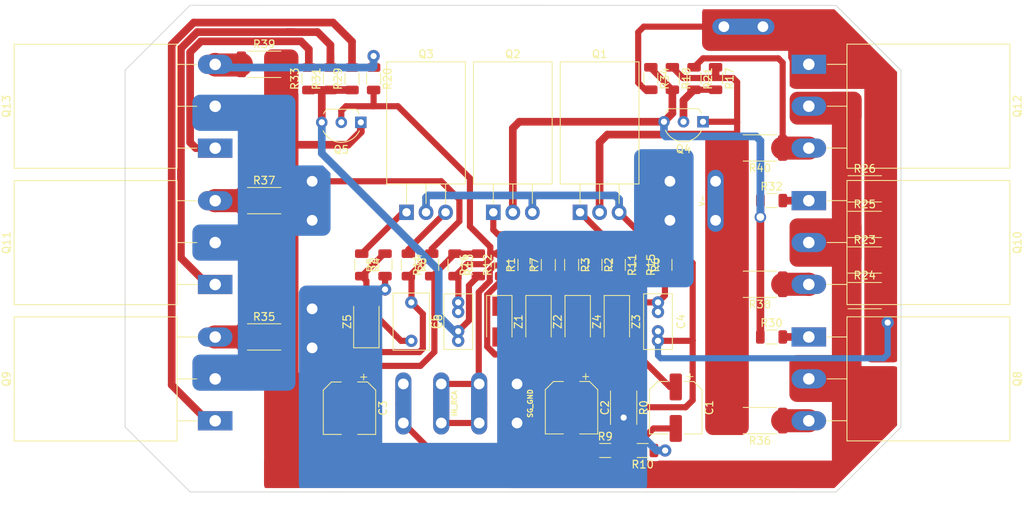
<source format=kicad_pcb>
(kicad_pcb (version 20211014) (generator pcbnew)
  (layers (0 "F.Cu" signal) (31 "B.Cu" signal) (34 "B.Paste" user) (35 "F.Paste" user) (36 "B.SilkS" user "B.Silkscreen") (37 "F.SilkS" user "F.Silkscreen") (38 "B.Mask" user) (39 "F.Mask" user) (44 "Edge.Cuts" user))
  (net 0 "")
  (net 1 "Net-(C1-Pad1)")
  (net 2 "Net-(C1-Pad2)")
  (net 3 "Net-(C2-Pad1)")
  (net 4 "Net-(C2-Pad2)")
  (net 5 "Net-(C3-Pad1)")
  (net 6 "/Common")
  (net 7 "/+Gate")
  (net 8 "Net-(C5-Pad2)")
  (net 9 "Net-(C6-Pad1)")
  (net 10 "Net-(C6-Pad2)")
  (net 11 "GND")
  (net 12 "Net-(IN+1-Pad1)")
  (net 13 "Net-(IN-1-Pad1)")
  (net 14 "Net-(Q1-Pad1)")
  (net 15 "Net-(Q1-Pad2)")
  (net 16 "Net-(Q1-Pad3)")
  (net 17 "Net-(Q2-Pad1)")
  (net 18 "/-Gate")
  (net 19 "Net-(Q3-Pad1)")
  (net 20 "Net-(Q3-Pad3)")
  (net 21 "Net-(Q4-Pad2)")
  (net 22 "Net-(Q8-Pad1)")
  (net 23 "Net-(Q8-Pad3)")
  (net 24 "Net-(Q9-Pad1)")
  (net 25 "Net-(Q9-Pad3)")
  (net 26 "Net-(Q10-Pad1)")
  (net 27 "Net-(Q10-Pad3)")
  (net 28 "Net-(Q11-Pad1)")
  (net 29 "Net-(Q11-Pad3)")
  (net 30 "/-Sense")
  (net 31 "Net-(Q13-Pad1)")
  (net 32 "/+Sense")
  (net 33 "Net-(R0-Pad1)")
  (net 34 "Net-(R1-Pad2)")
  (net 35 "Net-(Z1-Pad2)")
  (net 36 "Net-(Z3-Pad2)")
  (footprint "Package_TO_SOT_THT:TO-220-3_Horizontal_TabDown" (layer "F.Cu") (at 133.98 101.846329)
    (fp_text reference "Q2")
    (fp_text value "IRFP9610")
  )
  (footprint "Resistor_SMD:R_1206_3216Metric" (layer "F.Cu") (at 135.06769 108.683672 90)
    (fp_text reference "R12")
    (fp_text value "825")
  )
  (footprint "Resistor_SMD:R_2512_6332Metric" (layer "F.Cu") (at 182.305 108.051)
    (fp_text reference "R23")
    (fp_text value "0.47/3W")
  )
  (footprint "Resistor_SMD:R_1206_3216Metric" (layer "F.Cu") (at 132.033075 108.683672 90)
    (fp_text reference "R16")
    (fp_text value "1.5K")
  )
  (footprint "Resistor_SMD:R_1206_3216Metric" (layer "F.Cu") (at 156.31 108.683672 90)
    (fp_text reference "R15")
    (fp_text value "100K")
  )
  (footprint "Resistor_SMD:R_1206_3216Metric" (layer "F.Cu") (at 147.20615 108.683672 -90)
    (fp_text reference "R2")
    (fp_text value "100K")
  )
  (footprint "Resistor_SMD:R_1206_3216Metric" (layer "F.Cu") (at 157.28 84.4375 -90)
    (fp_text reference "R18")
    (fp_text value "392")
  )
  (footprint "Capacitor_THT:C_Rect_L7.2mm_W4.5mm_P5.00mm_FKS2_FKP2_MKS2_MKP2" (layer "F.Cu") (at 123.314978 113.564728 -90)
    (fp_text reference "C6")
    (fp_text value "47NF")
  )
  (footprint "Resistor_SMD:R_2512_6332Metric" (layer "F.Cu") (at 182.305 98.789)
    (fp_text reference "R26")
    (fp_text value "0.47/3W")
  )
  (footprint "Resistor_SMD:R_1206_3216Metric" (layer "F.Cu") (at 119.894615 108.683672 90)
    (fp_text reference "R5")
    (fp_text value "4.75K")
  )
  (footprint "Resistor_SMD:R_1206_3216Metric" (layer "F.Cu") (at 118.407214 84.4675 -90)
    (fp_text reference "R20")
    (fp_text value "1K")
  )
  (footprint "Resistor_SMD:R_1206_3216Metric" (layer "F.Cu") (at 144.171535 108.683672 -90)
    (fp_text reference "R3")
    (fp_text value "68.1K")
  )
  (footprint "Resistor_SMD:R_1206_3216Metric" (layer "F.Cu") (at 154.471392 84.4375 -90)
    (fp_text reference "R34")
    (fp_text value "221")
  )
  (footprint "Package_TO_SOT_THT:TO-220-3_Horizontal_TabDown" (layer "F.Cu") (at 145.27 101.846329)
    (fp_text reference "Q1")
    (fp_text value "IRFP9610")
  )
  (footprint "Package_TO_SOT_THT:TO-92L_Inline_Wide" (layer "F.Cu") (at 116.744303 90.136706 180)
    (fp_text reference "Q5")
    (fp_text value "ZTX450")
  )
  (footprint "Diode_SMD:D_SMA" (layer "F.Cu") (at 117.466407 116.064728 90)
    (fp_text reference "Z5")
    (fp_text value "9.1V")
  )
  (footprint "Resistor_SMD:R_1206_3216Metric" (layer "F.Cu") (at 116.86 108.683672 -90)
    (fp_text reference "R4")
    (fp_text value "221")
  )
  (footprint "Custom Library:Spade Conector 6.3mm TE_1217861" (layer "F.Cu") (at 162.901165 100.346063 90)
    (fp_text reference "V-")
    (fp_text value "Conn_01x01_Male" hide)
  )
  (footprint "Resistor_SMD:R_2512_6332Metric" (layer "F.Cu") (at 104.17 118.058666)
    (fp_text reference "R35")
    (fp_text value ".47/3W")
  )
  (footprint "Custom Library:Spade Conector 6.3mm TE_1217861" (layer "F.Cu") (at 156.96 100.346063 90)
    (fp_text reference "OUT_GND" hide)
    (fp_text value "Conn_01x01_Male" hide)
  )
  (footprint "Capacitor_SMD:CP_Elec_6.3x5.4_Nichicon" (layer "F.Cu") (at 157.719895 127.263672 -90)
    (fp_text reference "C1")
    (fp_text value "220uf")
  )
  (footprint "Custom Library:Spade Conector 6.3mm TE_1217861" (layer "F.Cu") (at 122.276647 126.713672 -90)
    (fp_text reference "IN-" hide)
    (fp_text value "Conn_01x01_Male" hide)
  )
  (footprint "Custom Library:Spade Conector 6.3mm TE_1217861" (layer "F.Cu") (at 137.07 126.713672 -90)
    (fp_text reference "SG_GND")
    (fp_text value "Conn_01x01_Male" hide)
  )
  (footprint "Resistor_SMD:R_2512_6332Metric" (layer "F.Cu") (at 182.305 103.42)
    (fp_text reference "R25")
    (fp_text value "0.47/3W")
  )
  (footprint "Custom Library:Spade Conector 6.3mm TE_1217861" (layer "F.Cu") (at 110.414079 100.346063 90)
    (fp_text reference "V+" hide)
    (fp_text value "Conn_01x01_Male" hide)
  )
  (footprint "Resistor_SMD:R_2512_6332Metric" (layer "F.Cu") (at 104.17 82.588666)
    (fp_text reference "R39")
    (fp_text value ".47/3W")
  )
  (footprint "Diode_SMD:D_SMA" (layer "F.Cu") (at 134.76212 116.064728 -90)
    (fp_text reference "Z1")
    (fp_text value "9.1V")
  )
  (footprint "Resistor_SMD:R_2512_6332Metric" (layer "F.Cu") (at 104.17 100.323666)
    (fp_text reference "R37")
    (fp_text value ".47/3W")
  )
  (footprint "Resistor_SMD:R_1206_3216Metric" (layer "F.Cu") (at 112.789999 84.4675 90)
    (fp_text reference "R31")
    (fp_text value "221")
  )
  (footprint "Resistor_SMD:R_1206_3216Metric" (layer "F.Cu") (at 153.27538 108.683672 -90)
    (fp_text reference "R6")
    (fp_text value "Adjust")
  )
  (footprint "Resistor_SMD:R_1206_3216Metric" (layer "F.Cu") (at 150.240765 108.683672 -90)
    (fp_text reference "R11")
    (fp_text value "221")
  )
  (footprint "Resistor_SMD:R_1206_3216Metric" (layer "F.Cu") (at 125.963845 108.683672 90)
    (fp_text reference "R14")
    (fp_text value "1.5K")
  )
  (footprint "Package_TO_SOT_THT:TO-220-3_Horizontal_TabDown" (layer "F.Cu") (at 122.69 101.846329)
    (fp_text reference "Q3")
    (fp_text value "IRFP9610")
  )
  (footprint "Resistor_SMD:R_1206_3216Metric" (layer "F.Cu") (at 170.18 118.06)
    (fp_text reference "R30")
    (fp_text value "221")
  )
  (footprint "Capacitor_THT:C_Rect_L7.0mm_W3.5mm_P2.50mm_P5.00mm" (layer "F.Cu") (at 129.413549 118.564728 90)
    (fp_text reference "C5")
    (fp_text value "1NF")
  )
  (footprint "Package_TO_SOT_THT:TO-247-3_Horizontal_TabDown" (layer "F.Cu") (at 97.8 111.233666 90)
    (fp_text reference "Q11")
    (fp_text value "IRFP240")
  )
  (footprint "Capacitor_SMD:CP_Elec_6.3x5.4_Nichicon" (layer "F.Cu") (at 144.157663 127.263672 -90)
    (fp_text reference "C2")
    (fp_text value "220uf")
  )
  (footprint "Resistor_SMD:R_1206_3216Metric" (layer "F.Cu") (at 160.099651 84.4375 -90)
    (fp_text reference "R21")
    (fp_text value "221")
  )
  (footprint "Resistor_SMD:R_2512_6332Metric" (layer "F.Cu") (at 168.665 111.205 180)
    (fp_text reference "R38")
    (fp_text value ".47/3W")
  )
  (footprint "Diode_SMD:D_SMA" (layer "F.Cu") (at 144.959262 116.064728 -90)
    (fp_text reference "Z4")
    (fp_text value "9.1V")
  )
  (footprint "Resistor_SMD:R_1206_3216Metric" (layer "F.Cu") (at 115.598606 84.4675 90)
    (fp_text reference "R29")
    (fp_text value "221")
  )
  (footprint "Package_TO_SOT_THT:TO-247-3_Horizontal_TabDown" (layer "F.Cu") (at 97.8 128.968666 90)
    (fp_text reference "Q9")
    (fp_text value "IRFP240")
  )
  (footprint "Resistor_SMD:R_2512_6332Metric" (layer "F.Cu") (at 168.665 128.94 180)
    (fp_text reference "R36")
    (fp_text value ".47/3W")
  )
  (footprint "Resistor_SMD:R_1206_3216Metric" (layer "F.Cu") (at 141.13692 108.683672 90)
    (fp_text reference "R7")
    (fp_text value "221")
  )
  (footprint "Resistor_SMD:R_1206_3216Metric" (layer "F.Cu") (at 109.981392 84.4675 90)
    (fp_text reference "R33")
    (fp_text value "221")
  )
  (footprint "Package_TO_SOT_THT:TO-247-3_Horizontal_TabDown" (layer "F.Cu") (at 175.03 82.59 -90)
    (fp_text reference "Q12")
    (fp_text value "IRFP240")
  )
  (footprint "Resistor_SMD:R_2512_6332Metric" (layer "F.Cu") (at 168.665 93.47 180)
    (fp_text reference "R40")
    (fp_text value ".47/3W")
  )
  (footprint "Capacitor_THT:C_Rect_L7.0mm_W3.5mm_P2.50mm_P5.00mm" (layer "F.Cu") (at 155.406407 113.564728 -90)
    (fp_text reference "C4")
    (fp_text value "10PF")
  )
  (footprint "Diode_SMD:D_SMA" (layer "F.Cu") (at 139.860691 116.064728 -90)
    (fp_text reference "Z2")
    (fp_text value "9.1V")
  )
  (footprint "Resistor_SMD:R_1206_3216Metric" (layer "F.Cu") (at 138.102305 108.683672 90)
    (fp_text reference "R1")
    (fp_text value "10K")
  )
  (footprint "Resistor_SMD:R_1206_3216Metric" (layer "F.Cu") (at 153.4125 132.833672 180)
    (fp_text reference "R10")
    (fp_text value "68.1k")
  )
  (footprint "Package_TO_SOT_THT:TO-247-3_Horizontal_TabDown" (layer "F.Cu") (at 175.03 100.325 -90)
    (fp_text reference "Q10")
    (fp_text value "IRFP240")
  )
  (footprint "Custom Library:Spade Conector 6.3mm TE_1217861" (layer "F.Cu") (at 132.138879 126.713672 -90)
    (fp_text reference "IN+" hide)
    (fp_text value "Conn_01x01_Male" hide)
  )
  (footprint "Resistor_SMD:R_1206_3216Metric" (layer "F.Cu") (at 170.19 100.315455)
    (fp_text reference "R32")
    (fp_text value "221")
  )
  (footprint "Package_TO_SOT_THT:TO-247-3_Horizontal_TabDown" (layer "F.Cu") (at 97.8 93.498666 90)
    (fp_text reference "Q13")
    (fp_text value "IRFP240")
  )
  (footprint "Resistor_SMD:R_1206_3216Metric" (layer "F.Cu") (at 128.99846 108.683672 -90)
    (fp_text reference "R13")
    (fp_text value "47.5K")
  )
  (footprint "Package_TO_SOT_THT:TO-247-3_Horizontal_TabDown" (layer "F.Cu") (at 175.03 118.06 -90)
    (fp_text reference "Q8")
    (fp_text value "IRFP240")
  )
  (footprint "Resistor_SMD:R_1206_3216Metric" (layer "F.Cu") (at 162.897214 84.4375 -90)
    (fp_text reference "R17")
    (fp_text value "392")
  )
  (footprint "Diode_SMD:D_SMA" (layer "F.Cu") (at 150.057833 116.064728 -90)
    (fp_text reference "Z3")
    (fp_text value "9.1V")
  )
  (footprint "Resistor_SMD:R_1206_3216Metric" (layer "F.Cu") (at 148.5425 132.833672)
    (fp_text reference "R9")
    (fp_text value "10k")
  )
  (footprint "Package_TO_SOT_THT:TO-92L_Inline_Wide" (layer "F.Cu") (at 161.264303 90.061711 180)
    (fp_text reference "Q4")
    (fp_text value "ZTX450")
  )
  (footprint "Resistor_SMD:R_2512_6332Metric" (layer "F.Cu") (at 182.305 112.682)
    (fp_text reference "R24")
    (fp_text value "0.47/3W")
  )
  (footprint "Custom Library:Spade Conector 6.3mm TE_1217861" (layer "F.Cu") (at 166.5175 77.69)
    (fp_text reference "OUT" hide)
    (fp_text value "Conn_01x01_Male" hide)
  )
  (footprint "Resistor_SMD:R_2512_6332Metric" (layer "F.Cu") (at 150.938779 127.263672 -90)
    (fp_text reference "R0")
    (fp_text value "3/3W")
  )
  (footprint "Capacitor_SMD:CP_Elec_6.3x5.4_Nichicon" (layer "F.Cu") (at 115.27 127.325849 -90)
    (fp_text reference "C3")
    (fp_text value "220uf")
  )
  (footprint "Custom Library:Spade Conector 6.3mm TE_1217861" (layer "F.Cu") (at 127.207763 126.713672 -90)
    (fp_text reference "IN_RCA")
    (fp_text value "Conn_01x01_Male" hide)
  )
  (footprint "Custom Library:Spade Conector 6.3mm TE_1217861" (layer "F.Cu") (at 110.414079 116.94 90)
    (fp_text reference "GND" hide)
    (fp_text value "Conn_01x01_Male" hide)
  )
  (footprint "Resistor_SMD:R_1206_3216Metric" (layer "F.Cu") (at 122.92923 108.683672 -90)
    (fp_text reference "R8")
    (fp_text value "221")
  )
  (gr_line (start 178.57 74.92) (end 94.53 74.91) (layer "Edge.Cuts") (width 0.1))
  (gr_line (start 94.53 138.22) (end 86.08 129.77) (layer "Edge.Cuts") (width 0.1))
  (gr_line (start 86.08 83.36) (end 86.08 129.77) (layer "Edge.Cuts") (width 0.1))
  (gr_line (start 178.57 138.23) (end 187.02 129.78) (layer "Edge.Cuts") (width 0.1))
  (gr_line (start 94.53 74.91) (end 86.08 83.36) (layer "Edge.Cuts") (width 0.1))
  (gr_line (start 94.53 138.22) (end 178.57 138.23) (layer "Edge.Cuts") (width 0.1))
  (gr_line (start 187.02 129.78) (end 187.02 83.37) (layer "Edge.Cuts") (width 0.1))
  (gr_line (start 178.57 74.92) (end 187.02 83.37) (layer "Edge.Cuts") (width 0.1))
  (segment (start 152.418164 112.111836) (end 152.418164 113.531836) (width 0.8) (layer "F.Cu") (net 1))
  (segment (start 152.418164 113.531836) (end 152.385272 113.564728) (width 0.8) (layer "F.Cu") (net 1))
  (segment (start 150.4525 110.146172) (end 150.240765 110.146172) (width 0.8) (layer "F.Cu") (net 1))
  (segment (start 157.719895 124.563672) (end 156.953672 124.563672) (width 0.8) (layer "F.Cu") (net 1))
  (segment (start 155.406407 114.814728) (end 155.406407 113.564728) (width 0.8) (layer "F.Cu") (net 1))
  (segment (start 152.418164 120.028164) (end 152.418164 113.531836) (width 0.8) (layer "F.Cu") (net 1))
  (segment (start 150.557833 113.564728) (end 152.385272 113.564728) (width 0.8) (layer "F.Cu") (net 1))
  (segment (start 152.418164 112.111836) (end 150.4525 110.146172) (width 0.8) (layer "F.Cu") (net 1))
  (segment (start 156.953672 124.563672) (end 152.418164 120.028164) (width 0.8) (layer "F.Cu") (net 1))
  (segment (start 155.406407 113.564728) (end 156.31 112.661135) (width 0.8) (layer "F.Cu") (net 1))
  (segment (start 156.31 112.661135) (end 156.31 110.146172) (width 0.8) (layer "F.Cu") (net 1))
  (segment (start 150.057833 114.064728) (end 150.557833 113.564728) (width 0.8) (layer "F.Cu") (net 1))
  (segment (start 152.385272 113.564728) (end 155.406407 113.564728) (width 0.8) (layer "F.Cu") (net 1))
  (segment (start 150.005 132.833672) (end 151.95 132.833672) (width 1) (layer "F.Cu") (net 2))
  (segment (start 157.719895 129.963672) (end 154.82 129.963672) (width 0.8) (layer "F.Cu") (net 2))
  (segment (start 154.82 129.963672) (end 151.95 132.833672) (width 0.8) (layer "F.Cu") (net 2))
  (segment (start 135.06769 110.146172) (end 135.06769 110.67231) (width 0.8) (layer "F.Cu") (net 3))
  (segment (start 133.186202 112.553798) (end 133.186202 119.323183) (width 0.8) (layer "F.Cu") (net 3))
  (segment (start 133.186202 119.323183) (end 134.206691 120.343672) (width 0.8) (layer "F.Cu") (net 3))
  (segment (start 134.206691 120.343672) (end 139.063672 120.343672) (width 0.8) (layer "F.Cu") (net 3))
  (segment (start 135.06769 110.67231) (end 133.186202 112.553798) (width 0.8) (layer "F.Cu") (net 3))
  (segment (start 133.793345 119.930327) (end 134.206691 120.343672) (width 0.8) (layer "F.Cu") (net 3))
  (segment (start 143.283672 124.563672) (end 139.063672 120.343672) (width 0.8) (layer "F.Cu") (net 3))
  (segment (start 144.157663 124.563672) (end 143.283672 124.563672) (width 0.8) (layer "F.Cu") (net 3))
  (segment (start 144.157663 127.492337) (end 144.157663 129.963672) (width 0.8) (layer "F.Cu") (net 4))
  (segment (start 159.92 126.287989) (end 159.004317 127.203672) (width 0.8) (layer "F.Cu") (net 4))
  (segment (start 185.2675 116.1675) (end 185.29 116.19) (width 1) (layer "F.Cu") (net 4))
  (segment (start 153.75 85.9) (end 152.83 84.98) (width 0.8) (layer "F.Cu") (net 4))
  (segment (start 159.219415 126.988574) (end 159.004317 127.203672) (width 0.8) (layer "F.Cu") (net 4))
  (segment (start 158.701172 107.221172) (end 156.31 107.221172) (width 0.8) (layer "F.Cu") (net 4))
  (segment (start 185.2675 112.682) (end 185.2675 116.1675) (width 0.8) (layer "F.Cu") (net 4))
  (segment (start 159.004317 127.203672) (end 144.446328 127.203672) (width 0.8) (layer "F.Cu") (net 4))
  (segment (start 175.03 82.59) (end 175.03 82.56) (width 0.8) (layer "F.Cu") (net 4))
  (segment (start 159.92 108.44) (end 159.92 118.52) (width 0.8) (layer "F.Cu") (net 4))
  (segment (start 153.55 77.69) (end 163.9775 77.69) (width 0.8) (layer "F.Cu") (net 4))
  (segment (start 152.83 84.98) (end 152.83 78.41) (width 0.8) (layer "F.Cu") (net 4))
  (segment (start 154.471392 85.9) (end 153.75 85.9) (width 0.8) (layer "F.Cu") (net 4))
  (segment (start 159.92 118.52) (end 159.92 126.287989) (width 0.8) (layer "F.Cu") (net 4))
  (segment (start 152.83 78.41) (end 153.55 77.69) (width 0.8) (layer "F.Cu") (net 4))
  (segment (start 158.701172 107.221172) (end 159.92 108.44) (width 0.8) (layer "F.Cu") (net 4))
  (segment (start 155.406407 118.564728) (end 155.406407 117.314728) (width 0.8) (layer "F.Cu") (net 4))
  (segment (start 144.446328 127.203672) (end 144.157663 127.492337) (width 0.8) (layer "F.Cu") (net 4))
  (segment (start 185.29 112.7045) (end 185.2675 112.682) (width 1) (layer "F.Cu") (net 4))
  (segment (start 159.195822 107.715822) (end 158.701172 107.221172) (width 0.8) (layer "F.Cu") (net 4))
  (segment (start 155.406407 118.564728) (end 159.875272 118.564728) (width 0.8) (layer "F.Cu") (net 4))
  (segment (start 159.875272 118.564728) (end 159.92 118.52) (width 0.8) (layer "F.Cu") (net 4))
  (segment (start 185.2675 110.3625) (end 185.2675 112.682) (width 0.8) (layer "F.Cu") (net 4))
  (via (at 185.29 116.19) (size 1.6) (drill 0.8) (layers "F.Cu" "B.Cu") (net 4))
  (segment (start 184.78 120.83) (end 155.76 120.83) (width 0.8) (layer "B.Cu") (net 4))
  (segment (start 155.76 120.83) (end 155.406407 120.476407) (width 0.8) (layer "B.Cu") (net 4))
  (segment (start 155.406407 120.476407) (end 155.406407 118.564728) (width 0.8) (layer "B.Cu") (net 4))
  (segment (start 185.29 120.32) (end 184.78 120.83) (width 0.8) (layer "B.Cu") (net 4))
  (segment (start 185.29 116.19) (end 185.29 120.32) (width 0.8) (layer "B.Cu") (net 4))
  (segment (start 117.745314 121.823672) (end 124.497463 121.823672) (width 0.8) (layer "F.Cu") (net 5))
  (segment (start 124.497463 121.823672) (end 126.316407 120.004728) (width 0.8) (layer "F.Cu") (net 5))
  (segment (start 115.27 124.625849) (end 115.27 124.298986) (width 0.8) (layer "F.Cu") (net 5))
  (segment (start 115.27 124.298986) (end 117.745314 121.823672) (width 0.8) (layer "F.Cu") (net 5))
  (segment (start 126.34 110.522327) (end 125.963845 110.146172) (width 0.8) (layer "F.Cu") (net 5))
  (segment (start 126.07346 110.146172) (end 128.99846 107.221172) (width 0.8) (layer "F.Cu") (net 5))
  (segment (start 128.99846 107.221172) (end 132.033075 107.221172) (width 0.8) (layer "F.Cu") (net 5))
  (segment (start 125.963845 110.146172) (end 126.07346 110.146172) (width 0.8) (layer "F.Cu") (net 5))
  (segment (start 126.316407 120.004728) (end 126.316407 110.498734) (width 0.8) (layer "F.Cu") (net 5))
  (segment (start 126.316407 110.498734) (end 125.963845 110.146172) (width 0.8) (layer "F.Cu") (net 5))
  (segment (start 179.3425 112.682) (end 179.3425 98.789) (width 1) (layer "F.Cu") (net 6))
  (segment (start 116.744303 91.375697) (end 115.0625 93.0575) (width 1) (layer "F.Cu") (net 6))
  (segment (start 115.0625 93.0575) (end 107.1325 93.0575) (width 1) (layer "F.Cu") (net 6))
  (segment (start 178.2 88.04) (end 178.97952 88.81952) (width 3) (layer "F.Cu") (net 6))
  (segment (start 175.03 88.04) (end 178.2 88.04) (width 3) (layer "F.Cu") (net 6))
  (segment (start 116.744303 90.136706) (end 116.744303 91.375697) (width 1) (layer "F.Cu") (net 6))
  (segment (start 130.81306 115.915216) (end 130.81306 111.366187) (width 0.8) (layer "F.Cu") (net 7))
  (segment (start 130.81306 111.366187) (end 132.033075 110.146172) (width 0.8) (layer "F.Cu") (net 7))
  (segment (start 130.614138 116.114138) (end 130.81306 115.915216) (width 0.8) (layer "F.Cu") (net 7))
  (segment (start 109.981392 85.93) (end 111.671009 85.93) (width 1) (layer "F.Cu") (net 7))
  (segment (start 129.413549 117.314728) (end 130.614138 116.114138) (width 0.8) (layer "F.Cu") (net 7))
  (segment (start 111.664303 90.136706) (end 111.664303 85.936706) (width 1) (layer "F.Cu") (net 7))
  (segment (start 129.413549 118.564728) (end 129.413549 117.314728) (width 0.8) (layer "F.Cu") (net 7))
  (segment (start 111.664303 85.936706) (end 111.671009 85.93) (width 1) (layer "F.Cu") (net 7))
  (segment (start 111.671009 85.93) (end 115.598607 85.93) (width 1) (layer "F.Cu") (net 7))
  (segment (start 111.664303 94.172154) (end 126.88 109.387851) (width 1) (layer "B.Cu") (net 7))
  (segment (start 111.664303 90.136706) (end 111.664303 94.172154) (width 1) (layer "B.Cu") (net 7))
  (segment (start 126.88 115.31653) (end 129.437142 117.873672) (width 1) (layer "B.Cu") (net 7))
  (segment (start 126.88 109.387851) (end 126.88 115.31653) (width 1) (layer "B.Cu") (net 7))
  (segment (start 133.59 107.153672) (end 133.6575 107.221172) (width 0.8) (layer "F.Cu") (net 8))
  (segment (start 114.204303 88.645697) (end 114.204303 90.136706) (width 0.8) (layer "F.Cu") (net 8))
  (segment (start 133.59 106.333672) (end 130.94 103.683672) (width 0.8) (layer "F.Cu") (net 8))
  (segment (start 130.554632 108.59) (end 128.99846 110.146172) (width 0.8) (layer "F.Cu") (net 8))
  (segment (start 135.02019 107.173672) (end 135.06769 107.221172) (width 0.8) (layer "F.Cu") (net 8))
  (segment (start 121.571393 88.041393) (end 118.408607 88.041393) (width 0.8) (layer "F.Cu") (net 8))
  (segment (start 118.408607 88.041393) (end 114.808607 88.041393) (width 0.8) (layer "F.Cu") (net 8))
  (segment (start 129.437142 112.873672) (end 129.437142 110.584854) (width 0.8) (layer "F.Cu") (net 8))
  (segment (start 133.59 107.153672) (end 133.59 107.857256) (width 0.8) (layer "F.Cu") (net 8))
  (segment (start 132.857256 108.59) (end 130.554632 108.59) (width 0.8) (layer "F.Cu") (net 8))
  (segment (start 130.94 103.683672) (end 130.94 97.41) (width 0.8) (layer "F.Cu") (net 8))
  (segment (start 114.808607 88.041393) (end 114.204303 88.645697) (width 0.8) (layer "F.Cu") (net 8))
  (segment (start 118.407214 88.04) (end 118.408607 88.041393) (width 0.8) (layer "F.Cu") (net 8))
  (segment (start 118.407214 85.93) (end 118.407214 88.04) (width 0.8) (layer "F.Cu") (net 8))
  (segment (start 133.59 107.153672) (end 133.59 106.333672) (width 0.8) (layer "F.Cu") (net 8))
  (segment (start 134.226084 107.221172) (end 135.06769 107.221172) (width 0.8) (layer "F.Cu") (net 8))
  (segment (start 129.437142 110.584854) (end 128.99846 110.146172) (width 0.8) (layer "F.Cu") (net 8))
  (segment (start 133.6575 107.221172) (end 135.06769 107.221172) (width 0.8) (layer "F.Cu") (net 8))
  (segment (start 129.413549 114.814728) (end 129.413549 113.564728) (width 0.8) (layer "F.Cu") (net 8))
  (segment (start 130.94 97.41) (end 121.571393 88.041393) (width 0.8) (layer "F.Cu") (net 8))
  (segment (start 133.59 107.857256) (end 132.857256 108.59) (width 0.8) (layer "F.Cu") (net 8))
  (segment (start 124.814489 115.064239) (end 124.814489 119.576646) (width 0.8) (layer "F.Cu") (net 9))
  (segment (start 119.432247 120.030568) (end 117.466407 118.064728) (width 0.8) (layer "F.Cu") (net 9))
  (segment (start 127.206063 97.806063) (end 110.414079 97.806063) (width 0.8) (layer "F.Cu") (net 9))
  (segment (start 124.360568 120.030568) (end 119.432247 120.030568) (width 0.8) (layer "F.Cu") (net 9))
  (segment (start 123.314978 113.564728) (end 124.814489 115.064239) (width 0.8) (layer "F.Cu") (net 9))
  (segment (start 122.92923 110.146172) (end 123.038845 110.146172) (width 0.8) (layer "F.Cu") (net 9))
  (segment (start 125.963845 107.221172) (end 125.963845 106.616155) (width 0.8) (layer "F.Cu") (net 9))
  (segment (start 129.57 100.17) (end 127.206063 97.806063) (width 0.8) (layer "F.Cu") (net 9))
  (segment (start 123.038845 110.146172) (end 125.963845 107.221172) (width 0.8) (layer "F.Cu") (net 9))
  (segment (start 123.338571 112.873672) (end 123.338571 110.555513) (width 0.8) (layer "F.Cu") (net 9))
  (segment (start 123.338571 110.555513) (end 122.92923 110.146172) (width 0.8) (layer "F.Cu") (net 9))
  (segment (start 117.466407 118.064728) (end 117.466407 117.19387) (width 0.8) (layer "F.Cu") (net 9))
  (segment (start 124.814489 119.576646) (end 124.360568 120.030568) (width 0.8) (layer "F.Cu") (net 9))
  (segment (start 129.57 103.01) (end 129.57 100.17) (width 0.8) (layer "F.Cu") (net 9))
  (segment (start 125.963845 106.616155) (end 129.57 103.01) (width 0.8) (layer "F.Cu") (net 9))
  (segment (start 123.314978 118.564728) (end 121.966407 118.564728) (width 0.8) (layer "F.Cu") (net 10))
  (segment (start 121.966407 118.564728) (end 117.466407 114.064728) (width 0.8) (layer "F.Cu") (net 10))
  (segment (start 119.894615 107.221172) (end 119.785 107.221172) (width 0.8) (layer "F.Cu") (net 10))
  (segment (start 117.466407 114.064728) (end 117.466407 110.752579) (width 0.8) (layer "F.Cu") (net 10))
  (segment (start 117.466407 110.752579) (end 116.86 110.146172) (width 0.8) (layer "F.Cu") (net 10))
  (segment (start 119.785 107.221172) (end 116.86 110.146172) (width 0.8) (layer "F.Cu") (net 10))
  (segment (start 150.938779 128.551221) (end 150.94 128.55) (width 0.8) (layer "F.Cu") (net 11))
  (segment (start 119.894615 110.146172) (end 119.894615 111.875385) (width 0.8) (layer "F.Cu") (net 11))
  (segment (start 154.875 132.833672) (end 156.336328 132.833672) (width 0.8) (layer "F.Cu") (net 11))
  (segment (start 119.894615 111.875385) (end 119.894615 112.295385) (width 0.8) (layer "F.Cu") (net 11))
  (segment (start 119.894615 110.146172) (end 119.894615 111.594615) (width 0.8) (layer "F.Cu") (net 11))
  (segment (start 150.938779 130.226172) (end 150.938779 128.551221) (width 1) (layer "F.Cu") (net 11))
  (segment (start 119.894615 112.295385) (end 119.89 112.3) (width 0.8) (layer "F.Cu") (net 11))
  (via (at 119.894615 111.875385) (size 1.6) (drill 0.8) (layers "F.Cu" "B.Cu") (net 11))
  (via (at 150.94 128.55) (size 1.6) (drill 0.8) (layers "F.Cu" "B.Cu") (net 11))
  (via (at 156.336328 132.833672) (size 1.6) (drill 0.8) (layers "F.Cu" "B.Cu") (net 11))
  (segment (start 112.597186 111.87) (end 110.057186 114.41) (width 1) (layer "B.Cu") (net 11))
  (segment (start 156.336328 132.833672) (end 155.223672 132.833672) (width 1) (layer "B.Cu") (net 11))
  (segment (start 137.773672 128.55) (end 137.07 129.253672) (width 1) (layer "B.Cu") (net 11))
  (segment (start 155.223672 132.833672) (end 150.94 128.55) (width 1) (layer "B.Cu") (net 11))
  (segment (start 114.54 111.87) (end 112.597186 111.87) (width 1) (layer "B.Cu") (net 11))
  (segment (start 120.17 111.87) (end 114.54 111.87) (width 1) (layer "B.Cu") (net 11))
  (segment (start 138.102305 110.146172) (end 138.102305 109.075977) (width 0.8) (layer "F.Cu") (net 12))
  (segment (start 132.09 124.124793) (end 132.138879 124.173672) (width 0.8) (layer "F.Cu") (net 12))
  (segment (start 132.958149 111.36) (end 132.958149 111.361851) (width 0.8) (layer "F.Cu") (net 12))
  (segment (start 137.792299 108.765971) (end 134.119692 108.765971) (width 0.8) (layer "F.Cu") (net 12))
  (segment (start 132.04 124.074793) (end 132.138879 124.173672) (width 0.8) (layer "F.Cu") (net 12))
  (segment (start 132.138879 129.253672) (end 127.207763 129.253672) (width 0.8) (layer "F.Cu") (net 12))
  (segment (start 132.09 112.23) (end 132.09 124.124793) (width 0.8) (layer "F.Cu") (net 12))
  (segment (start 132.958149 111.361851) (end 132.09 112.23) (width 0.8) (layer "F.Cu") (net 12))
  (segment (start 133.52 110.798149) (end 132.958149 111.36) (width 0.8) (layer "F.Cu") (net 12))
  (segment (start 138.102305 109.075977) (end 137.792299 108.765971) (width 0.8) (layer "F.Cu") (net 12))
  (segment (start 133.52 109.365663) (end 133.52 110.798149) (width 0.8) (layer "F.Cu") (net 12))
  (segment (start 132.138879 124.173672) (end 127.207763 124.173672) (width 0.8) (layer "F.Cu") (net 12))
  (segment (start 134.119692 108.765971) (end 133.52 109.365663) (width 0.8) (layer "F.Cu") (net 12))
  (segment (start 125.856647 132.833672) (end 122.276647 129.253672) (width 0.8) (layer "F.Cu") (net 13))
  (segment (start 147.08 132.833672) (end 125.856647 132.833672) (width 0.8) (layer "F.Cu") (net 13))
  (segment (start 150.240765 107.221172) (end 150.240765 106.817094) (width 0.8) (layer "F.Cu") (net 14))
  (segment (start 150.240765 106.817094) (end 145.27 101.846329) (width 0.8) (layer "F.Cu") (net 14))
  (segment (start 153.7 110.146172) (end 153.3725 110.146172) (width 0.8) (layer "F.Cu") (net 14))
  (segment (start 153.27538 110.146172) (end 153.165765 110.146172) (width 0.8) (layer "F.Cu") (net 14))
  (segment (start 153.165765 110.146172) (end 150.240765 107.221172) (width 0.8) (layer "F.Cu") (net 14))
  (segment (start 165.7025 91.7425) (end 165.7025 93.47) (width 0.8) (layer "F.Cu") (net 15))
  (segment (start 162.897214 82.975) (end 162.897214 84.1488) (width 1) (layer "F.Cu") (net 15))
  (segment (start 161.264303 90.061711) (end 165.626711 90.061711) (width 0.8) (layer "F.Cu") (net 15))
  (segment (start 165.7025 90.1375) (end 165.7025 91.7425) (width 0.8) (layer "F.Cu") (net 15))
  (segment (start 165.7025 90.1375) (end 165.7025 84.8925) (width 0.8) (layer "F.Cu") (net 15))
  (segment (start 147.81 92.75) (end 148.83 91.73) (width 1) (layer "F.Cu") (net 15))
  (segment (start 148.83 91.73) (end 165.69 91.73) (width 1) (layer "F.Cu") (net 15))
  (segment (start 165.7025 84.8925) (end 165.181711 84.371711) (width 0.8) (layer "F.Cu") (net 15))
  (segment (start 158.676711 84.371711) (end 157.28 82.975) (width 0.8) (layer "F.Cu") (net 15))
  (segment (start 165.69 91.73) (end 165.7025 91.7425) (width 1) (layer "F.Cu") (net 15))
  (segment (start 147.81 101.846329) (end 147.81 92.75) (width 1) (layer "F.Cu") (net 15))
  (segment (start 165.181711 84.371711) (end 158.676711 84.371711) (width 0.8) (layer "F.Cu") (net 15))
  (segment (start 165.626711 90.061711) (end 165.7025 90.1375) (width 0.8) (layer "F.Cu") (net 15))
  (segment (start 153.27538 107.221172) (end 153.27538 104.771709) (width 0.8) (layer "F.Cu") (net 16))
  (segment (start 153.27538 104.771709) (end 150.35 101.846329) (width 0.8) (layer "F.Cu") (net 16))
  (segment (start 139.06 101.846329) (end 139.06 100.226329) (width 1) (layer "B.Cu") (net 16))
  (segment (start 125.50952 99.646809) (end 125.23 99.926329) (width 1) (layer "B.Cu") (net 16))
  (segment (start 149.84048 99.646809) (end 139.63952 99.646809) (width 1) (layer "B.Cu") (net 16))
  (segment (start 150.35 100.156329) (end 149.84048 99.646809) (width 1) (layer "B.Cu") (net 16))
  (segment (start 139.63952 99.646809) (end 125.50952 99.646809) (width 1) (layer "B.Cu") (net 16))
  (segment (start 125.23 99.926329) (end 125.23 101.846329) (width 1) (layer "B.Cu") (net 16))
  (segment (start 150.35 101.846329) (end 150.35 100.156329) (width 1) (layer "B.Cu") (net 16))
  (segment (start 141.13692 105.83692) (end 140.01 104.71) (width 0.8) (layer "F.Cu") (net 17))
  (segment (start 140.01 104.71) (end 134.57 104.71) (width 0.8) (layer "F.Cu") (net 17))
  (segment (start 134.57 104.71) (end 133.98 104.12) (width 0.8) (layer "F.Cu") (net 17))
  (segment (start 141.13692 107.221172) (end 141.13692 105.83692) (width 0.8) (layer "F.Cu") (net 17))
  (segment (start 133.98 104.12) (end 133.98 101.846329) (width 0.8) (layer "F.Cu") (net 17))
  (segment (start 137.358289 90.061711) (end 156.184303 90.061711) (width 1) (layer "F.Cu") (net 18))
  (segment (start 157.15196 86.02804) (end 157.28 85.9) (width 1) (layer "F.Cu") (net 18))
  (segment (start 168.7275 118.05) (end 168.7175 118.06) (width 1) (layer "F.Cu") (net 18))
  (segment (start 157.28 88.966014) (end 156.184303 90.061711) (width 1) (layer "F.Cu") (net 18))
  (segment (start 168.7275 102.4625) (end 168.7275 118.05) (width 1) (layer "F.Cu") (net 18))
  (segment (start 136.52 101.05) (end 136.52 101.846329) (width 0.8) (layer "F.Cu") (net 18))
  (segment (start 154.471392 83.091392) (end 157.28 85.9) (width 0.8) (layer "F.Cu") (net 18))
  (segment (start 136.52 101.846329) (end 136.52 90.9) (width 1) (layer "F.Cu") (net 18))
  (segment (start 136.52 90.9) (end 137.358289 90.061711) (width 1) (layer "F.Cu") (net 18))
  (segment (start 168.7275 100.315455) (end 168.7275 102.4625) (width 1) (layer "F.Cu") (net 18))
  (segment (start 154.471392 82.975) (end 154.471392 83.091392) (width 0.8) (layer "F.Cu") (net 18))
  (segment (start 157.28 85.9) (end 157.28 88.966014) (width 1) (layer "F.Cu") (net 18))
  (via (at 168.7275 102.4625) (size 1.5) (drill 1) (layers "F.Cu" "B.Cu") (net 18))
  (segment (start 156.4 91.97) (end 168.17 91.97) (width 1) (layer "B.Cu") (net 18))
  (segment (start 168.7275 102.4625) (end 168.7275 92.5275) (width 1) (layer "B.Cu") (net 18))
  (segment (start 156.184303 91.754303) (end 156.184303 90.061711) (width 1) (layer "B.Cu") (net 18))
  (segment (start 156.4 91.97) (end 156.184303 91.754303) (width 1) (layer "B.Cu") (net 18))
  (segment (start 168.17 91.97) (end 168.7275 92.5275) (width 1) (layer "B.Cu") (net 18))
  (segment (start 122.234843 101.846329) (end 116.86 107.221172) (width 0.8) (layer "F.Cu") (net 19))
  (segment (start 122.69 101.846329) (end 122.234843 101.846329) (width 0.8) (layer "F.Cu") (net 19))
  (segment (start 122.92923 106.687099) (end 127.508165 102.108165) (width 0.8) (layer "F.Cu") (net 20))
  (segment (start 122.92923 107.221172) (end 122.92923 106.687099) (width 0.8) (layer "F.Cu") (net 20))
  (segment (start 127.508165 102.108165) (end 127.77 101.846329) (width 0.8) (layer "F.Cu") (net 20))
  (segment (start 158.724303 87.275348) (end 160.099651 85.9) (width 1) (layer "F.Cu") (net 21))
  (segment (start 160.099651 85.9) (end 162.897214 85.9) (width 0.8) (layer "F.Cu") (net 21))
  (segment (start 158.724303 90.061711) (end 158.724303 87.275348) (width 1) (layer "F.Cu") (net 21))
  (segment (start 175.03 118.06) (end 171.6425 118.06) (width 1) (layer "F.Cu") (net 22))
  (segment (start 171.6475 128.96) (end 171.6275 128.94) (width 3) (layer "F.Cu") (net 23))
  (segment (start 175.03 128.96) (end 171.6475 128.96) (width 3) (layer "F.Cu") (net 23))
  (segment (start 96.8 128.968666) (end 97.8 128.968666) (width 1) (layer "F.Cu") (net 24))
  (segment (start 113.13 77.16) (end 94.997272 77.16) (width 1) (layer "F.Cu") (net 24))
  (segment (start 115.598606 83.005) (end 115.598606 79.628606) (width 1) (layer "F.Cu") (net 24))
  (segment (start 94.997272 77.16) (end 92.14098 80.016292) (width 1) (layer "F.Cu") (net 24))
  (segment (start 92.140979 124.309645) (end 96.8 128.968666) (width 1) (layer "F.Cu") (net 24))
  (segment (start 115.598606 79.628606) (end 113.13 77.16) (width 1) (layer "F.Cu") (net 24))
  (segment (start 92.14098 80.016292) (end 92.140979 124.309645) (width 1) (layer "F.Cu") (net 24))
  (segment (start 101.2075 118.058666) (end 97.81 118.058666) (width 3) (layer "F.Cu") (net 25))
  (segment (start 97.81 118.058666) (end 97.8 118.068666) (width 3) (layer "F.Cu") (net 25))
  (segment (start 175.03 100.325) (end 171.662045 100.325) (width 1) (layer "F.Cu") (net 26))
  (segment (start 171.662045 100.325) (end 171.6525 100.315455) (width 1) (layer "F.Cu") (net 26))
  (segment (start 171.6275 111.205) (end 175.01 111.205) (width 3) (layer "F.Cu") (net 27))
  (segment (start 175.01 111.205) (end 175.03 111.225) (width 3) (layer "F.Cu") (net 27))
  (segment (start 107.209155 78.399155) (end 108.070845 78.399155) (width 1) (layer "F.Cu") (net 28))
  (segment (start 97.8 111.233666) (end 96.8 111.233666) (width 1) (layer "F.Cu") (net 28))
  (segment (start 107.209155 78.399155) (end 111.119155 78.399155) (width 1) (layer "F.Cu") (net 28))
  (segment (start 96.8 111.233666) (end 93.34049 107.774156) (width 1) (layer "F.Cu") (net 28))
  (segment (start 111.119155 78.399155) (end 112.789999 80.069999) (width 1) (layer "F.Cu") (net 28))
  (segment (start 112.789999 83.005) (end 112.789999 80.069999) (width 1) (layer "F.Cu") (net 28))
  (segment (start 112.789999 82.9975) (end 112.789999 81.409999) (width 1) (layer "F.Cu") (net 28))
  (segment (start 93.34049 107.774156) (end 93.34049 80.513146) (width 1) (layer "F.Cu") (net 28))
  (segment (start 95.454481 78.399155) (end 107.209155 78.399155) (width 1) (layer "F.Cu") (net 28))
  (segment (start 93.34049 80.513146) (end 95.454481 78.399155) (width 1) (layer "F.Cu") (net 28))
  (segment (start 97.81 100.323666) (end 97.8 100.333666) (width 3) (layer "F.Cu") (net 29))
  (segment (start 101.2075 100.323666) (end 97.81 100.323666) (width 3) (layer "F.Cu") (net 29))
  (segment (start 161.261671 81.81298) (end 171.06298 81.81298) (width 0.8) (layer "F.Cu") (net 30))
  (segment (start 171.6475 93.49) (end 171.6275 93.47) (width 3) (layer "F.Cu") (net 30))
  (segment (start 171.6275 82.3775) (end 171.6275 93.47) (width 0.8) (layer "F.Cu") (net 30))
  (segment (start 171.06298 81.81298) (end 171.6275 82.3775) (width 0.8) (layer "F.Cu") (net 30))
  (segment (start 160.099651 82.975) (end 161.261671 81.81298) (width 0.8) (layer "F.Cu") (net 30))
  (segment (start 175.03 93.49) (end 171.6475 93.49) (width 3) (layer "F.Cu") (net 30))
  (segment (start 109.981392 80.621392) (end 108.958666 79.598666) (width 1) (layer "F.Cu") (net 31))
  (segment (start 94.54 81.01) (end 94.54 92.75) (width 1) (layer "F.Cu") (net 31))
  (segment (start 94.54 92.75) (end 95.288666 93.498666) (width 1) (layer "F.Cu") (net 31))
  (segment (start 95.288666 93.498666) (end 97.8 93.498666) (width 1) (layer "F.Cu") (net 31))
  (segment (start 109.981392 83.005) (end 109.981392 80.621392) (width 1) (layer "F.Cu") (net 31))
  (segment (start 95.951334 79.598666) (end 94.54 81.01) (width 1) (layer "F.Cu") (net 31))
  (segment (start 108.958666 79.598666) (end 95.951334 79.598666) (width 1) (layer "F.Cu") (net 31))
  (segment (start 101.116655 82.679511) (end 97.880845 82.679511) (width 3) (layer "F.Cu") (net 32))
  (segment (start 97.880845 82.679511) (end 97.8 82.598666) (width 3) (layer "F.Cu") (net 32))
  (segment (start 118.407214 83.005) (end 118.407214 81.512786) (width 1) (layer "F.Cu") (net 32))
  (segment (start 101.2075 82.588666) (end 101.116655 82.679511) (width 3) (layer "F.Cu") (net 32))
  (via (at 118.407214 81.512786) (size 1.6) (drill 0.8) (layers "F.Cu" "B.Cu") (net 32))
  (segment (start 100.835 83.005) (end 100.83 83) (width 1) (layer "B.Cu") (net 32))
  (segment (start 118.407214 82.932786) (end 118.335 83.005) (width 1) (layer "B.Cu") (net 32))
  (segment (start 100.835 83.005) (end 98.206334 83.005) (width 1) (layer "B.Cu") (net 32))
  (segment (start 118.335 83.005) (end 100.835 83.005) (width 1) (layer "B.Cu") (net 32))
  (segment (start 118.407214 81.512786) (end 118.407214 82.932786) (width 1) (layer "B.Cu") (net 32))
  (segment (start 98.206334 83.005) (end 97.8 82.598666) (width 1) (layer "B.Cu") (net 32))
  (segment (start 145.726172 110.146172) (end 145.726172 112.383828) (width 0.8) (layer "F.Cu") (net 33))
  (segment (start 144.959262 114.064728) (end 142.435272 114.064728) (width 0.8) (layer "F.Cu") (net 33))
  (segment (start 150.938779 123.048779) (end 150.938779 124.301172) (width 0.8) (layer "F.Cu") (net 33))
  (segment (start 144.959262 113.150738) (end 144.959262 114.064728) (width 0.8) (layer "F.Cu") (net 33))
  (segment (start 142.435272 114.064728) (end 142.435272 120.135272) (width 0.8) (layer "F.Cu") (net 33))
  (segment (start 142.435272 114.064728) (end 139.860691 114.064728) (width 0.8) (layer "F.Cu") (net 33))
  (segment (start 144.171535 110.146172) (end 145.726172 110.146172) (width 0.8) (layer "F.Cu") (net 33))
  (segment (start 143.75 121.45) (end 149.34 121.45) (width 0.8) (layer "F.Cu") (net 33))
  (segment (start 145.726172 110.146172) (end 147.20615 110.146172) (width 0.8) (layer "F.Cu") (net 33))
  (segment (start 145.726172 112.383828) (end 144.959262 113.150738) (width 0.8) (layer "F.Cu") (net 33))
  (segment (start 149.34 121.45) (end 150.938779 123.048779) (width 0.8) (layer "F.Cu") (net 33))
  (segment (start 142.435272 120.135272) (end 143.75 121.45) (width 0.8) (layer "F.Cu") (net 33))
  (segment (start 141.13692 110.146172) (end 139.464668 111.818424) (width 0.8) (layer "F.Cu") (net 34))
  (segment (start 142.762707 108.63) (end 144.171535 107.221172) (width 0.8) (layer "F.Cu") (net 34))
  (segment (start 138.102305 107.221172) (end 139.511133 108.63) (width 0.8) (layer "F.Cu") (net 34))
  (segment (start 141.13692 110.146172) (end 141.13692 108.90692) (width 0.8) (layer "F.Cu") (net 34))
  (segment (start 137.008424 111.818424) (end 134.76212 114.064728) (width 0.8) (layer "F.Cu") (net 34))
  (segment (start 140.86 108.63) (end 142.762707 108.63) (width 0.8) (layer "F.Cu") (net 34))
  (segment (start 139.464668 111.818424) (end 137.008424 111.818424) (width 0.8) (layer "F.Cu") (net 34))
  (segment (start 138.102305 107.221172) (end 138.21192 107.221172) (width 0.8) (layer "F.Cu") (net 34))
  (segment (start 144.171535 107.221172) (end 144.06192 107.221172) (width 0.8) (layer "F.Cu") (net 34))
  (segment (start 147.20615 107.221172) (end 144.171535 107.221172) (width 0.8) (layer "F.Cu") (net 34))
  (segment (start 141.13692 108.90692) (end 140.86 108.63) (width 0.8) (layer "F.Cu") (net 34))
  (segment (start 139.511133 108.63) (end 140.86 108.63) (width 0.8) (layer "F.Cu") (net 34))
  (segment (start 134.76212 118.064728) (end 139.860691 118.064728) (width 0.8) (layer "F.Cu") (net 35))
  (segment (start 144.959262 118.064728) (end 150.057833 118.064728) (width 0.8) (layer "F.Cu") (net 36))
  (segment (start 144.959262 118.064728) (end 144.959262 118.321655) (width 0.8) (layer "F.Cu") (net 36))
  (zone (net 4) (net_name "Net-(C2-Pad2)") (layer "F.Cu") (connect_pads yes (clearance 0.508)) (min_thickness 0.254) (fill yes (thermal_gap 0.508) (thermal_bridge_width 0.508) (smoothing fillet) (radius 1))
    (polygon (pts (xy 181.02 76.09) (xy 187.78 82.63) (xy 188.47 121.37) (xy 182.25 121.37) (xy 182.25 85.79) (xy 172.34 85.79) (xy 172.34 80.84) (xy 161.137726 80.841643) (xy 161.138977 74.221387) (xy 178.81 74.36)))
  )
  (zone (net 6) (net_name "/Common") (layer "F.Cu") (connect_pads yes (clearance 0.508)) (min_thickness 0.254) (fill yes (thermal_gap 0.508) (thermal_bridge_width 0.508) (smoothing fillet) (radius 1))
    (polygon (pts (xy 181.88 121.85) (xy 187.54 121.85) (xy 187.47 131.11) (xy 185.1 134.14) (xy 185.33 133.92) (xy 185.541305 133.594126) (xy 178.981305 139.424126) (xy 178.03 140.35) (xy 178.03 139.32) (xy 153.99 139.32) (xy 153.99 139.39) (xy 104.16 139.39) (xy 104.16 134.14) (xy 178.03 134.14) (xy 178.03 86.16) (xy 181.88 86.16)))
  )
  (zone (net 6) (net_name "/Common") (layer "F.Cu") (connect_pads yes (clearance 0.508)) (min_thickness 0.254) (fill yes (thermal_gap 0.508) (thermal_bridge_width 0.508) (smoothing fillet) (radius 1))
    (polygon (pts (xy 181.88 126.517205) (xy 172.5 126.517205) (xy 172.5 120.407205) (xy 181.88 120.407205)))
  )
  (zone (net 6) (net_name "/Common") (layer "F.Cu") (connect_pads yes (clearance 0.508)) (min_thickness 0.254) (fill yes (thermal_gap 0.508) (thermal_bridge_width 0.508) (smoothing fillet) (radius 1))
    (polygon (pts (xy 122.9 136.94) (xy 106.99 136.94) (xy 106.99 121.83) (xy 107.79 121.83)))
  )
  (zone (net 6) (net_name "/Common") (layer "F.Cu") (connect_pads yes (clearance 0.508)) (min_thickness 0.254) (fill yes (thermal_gap 0.508) (thermal_bridge_width 0.508) (smoothing fillet) (radius 1))
    (polygon (pts (xy 181.901508 108.922892) (xy 172.521508 108.922892) (xy 172.521508 102.632892) (xy 181.901508 102.632892)))
  )
  (zone (net 15) (net_name "Net-(Q1-Pad2)") (layer "F.Cu") (connect_pads yes (clearance 0.508)) (min_thickness 0.254) (fill yes (thermal_gap 0.508) (thermal_bridge_width 0.508) (smoothing fillet) (radius 1))
    (polygon (pts (xy 167.22 130.82) (xy 161.55 130.82) (xy 161.55 91.55) (xy 167.22 91.55)))
  )
  (zone (net 6) (net_name "/Common") (layer "F.Cu") (connect_pads yes (clearance 0.508)) (min_thickness 0.254) (fill yes (thermal_gap 0.508) (thermal_bridge_width 0.508) (smoothing fillet) (radius 1))
    (polygon (pts (xy 108.63 137.81) (xy 104.16 137.81) (xy 104.16 80.65) (xy 108.63 80.65)))
  )
  (zone (net 6) (net_name "/Common") (layer "F.Cu") (connect_pads yes (clearance 0.508)) (min_thickness 0.254) (fill yes (thermal_gap 0.508) (thermal_bridge_width 0.508) (smoothing fillet) (radius 1))
    (polygon (pts (xy 181.91 90.43) (xy 172.53 90.43) (xy 172.53 86.16) (xy 181.91 86.16)))
  )
  (zone (net 11) (net_name "GND") (layer "B.Cu") (connect_pads yes (clearance 0.508)) (min_thickness 0.254) (fill yes (thermal_gap 0.508) (thermal_bridge_width 0.508) (smoothing fillet) (radius 1))
    (polygon (pts (xy 154 138.77) (xy 134.48 138.77) (xy 118.03 138.77) (xy 115.25 138.91) (xy 108.68 138.91) (xy 108.68 111.37) (xy 119.53 111.37) (xy 119.53 131.84) (xy 134.48 131.84) (xy 134.48 104.25) (xy 154 104.25)))
  )
  (zone (net 9) (net_name "Net-(C6-Pad1)") (layer "B.Cu") (connect_pads yes (clearance 0.508)) (min_thickness 0.254) (fill yes (thermal_gap 0.508) (thermal_bridge_width 0.508) (smoothing fillet) (radius 1))
    (polygon (pts (xy 102.7 86.55) (xy 108.24 86.55) (xy 108.24 95.74) (xy 112.81 95.74) (xy 112.81 104.9) (xy 108.24 104.9) (xy 108.24 125.05) (xy 102.7 125.05) (xy 102.7 125.06) (xy 94.83 125.06) (xy 94.83 120.35) (xy 100.74 120.35) (xy 100.74 108.138666) (xy 94.83 108.138666) (xy 94.83 103.428666) (xy 100.74 103.428666) (xy 100.74 91.25) (xy 94.83 91.25) (xy 94.83 86.54) (xy 102.7 86.54)))
  )
  (zone (net 11) (net_name "GND") (layer "B.Cu") (connect_pads yes (clearance 0.508)) (min_thickness 0.254) (fill yes (thermal_gap 0.508) (thermal_bridge_width 0.508) (smoothing fillet) (radius 1))
    (polygon (pts (xy 160.04 111.6) (xy 152.29 111.6) (xy 152.29 93.63) (xy 160.04 93.63)))
  )
)
</source>
